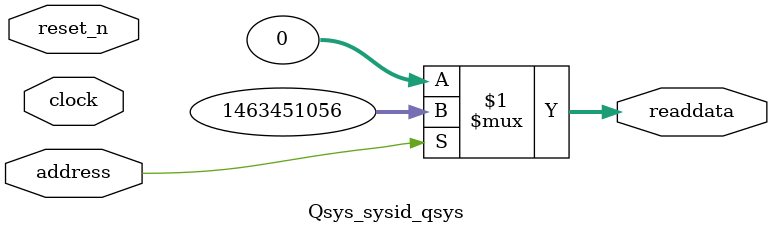
<source format=v>

`timescale 1ns / 1ps
// synthesis translate_on

// turn off superfluous verilog processor warnings 
// altera message_level Level1 
// altera message_off 10034 10035 10036 10037 10230 10240 10030 

module Qsys_sysid_qsys (
               // inputs:
                address,
                clock,
                reset_n,

               // outputs:
                readdata
             )
;

  output  [ 31: 0] readdata;
  input            address;
  input            clock;
  input            reset_n;

  wire    [ 31: 0] readdata;
  //control_slave, which is an e_avalon_slave
  assign readdata = address ? 1463451056 : 0;

endmodule




</source>
